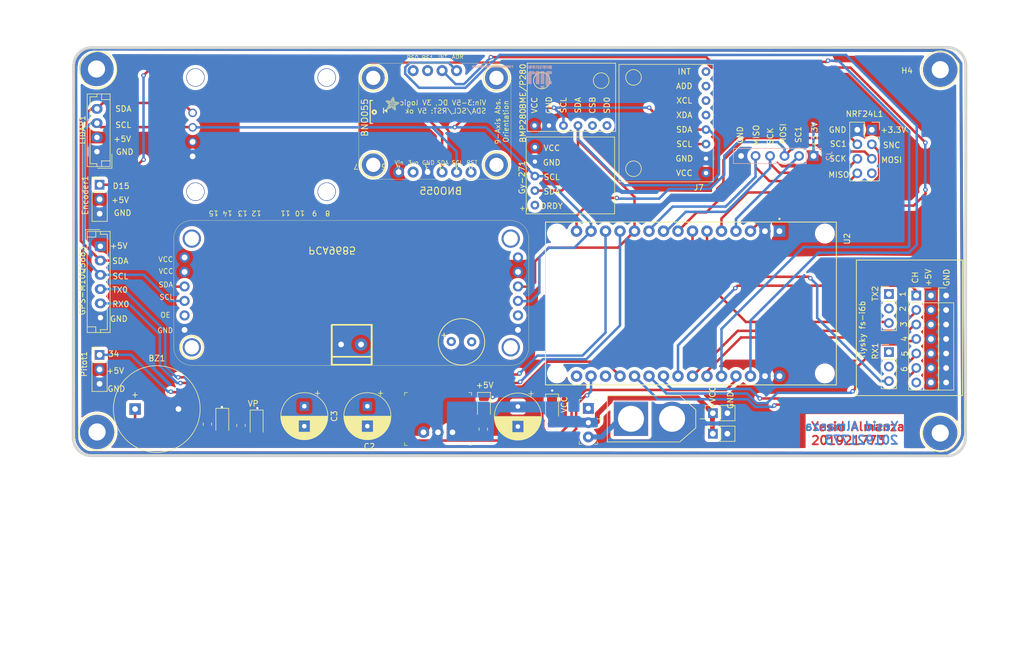
<source format=kicad_pcb>
(kicad_pcb (version 20221018) (generator pcbnew)
  (layers (0 "F.Cu" signal) (31 "B.Cu" signal) (34 "B.Paste" user) (35 "F.Paste" user) (36 "B.SilkS" user "B.Silkscreen") (37 "F.SilkS" user "F.Silkscreen") (38 "B.Mask" user) (39 "F.Mask" user) (44 "Edge.Cuts" user))
  (net 0 "")
  (net 1 "+3.3V")
  (net 2 "Earth")
  (net 3 "SCL")
  (net 4 "SDA")
  (net 6 "VCC")
  (net 7 "Net-(D1-A)")
  (net 8 "Net-(D2-A)")
  (net 9 "Net-(D3-A)")
  (net 10 "TX0")
  (net 11 "RX0")
  (net 12 "ch1")
  (net 13 "ch2")
  (net 14 "ch3")
  (net 15 "ch4")
  (net 16 "ch5")
  (net 17 "ch6")
  (net 19 "CS1")
  (net 20 "34")
  (net 21 "D12")
  (net 24 "RX2")
  (net 25 "+5V")
  (net 26 "MOSI")
  (net 29 "MISO")
  (net 30 "SCK")
  (net 31 "CNS")
  (net 32 "CE")
  (net 33 "TX2")
  (net 35 "15")
  (net 37 "INT")
  (net 40 "ADR")
  (net 47 "Net-(J8-POS)")
  (net 53 "VP")
  (net 54 "Net-(D4-A)")
  (footprint "MountingHole:MountingHole_3mm_Pad" (layer "F.Cu") (at 71.25 127.13)
    (fp_text reference "H2" hide)
    (fp_text value "MountingHole" hide)
  )
  (footprint "Library:PCA 9685" (layer "F.Cu") (at 125.71 119.418 180)
    (fp_text reference "J4" hide)
    (fp_text value "PCA9685")
  )
  (footprint "Capacitor_THT:CP_Radial_D8.0mm_P3.50mm" (layer "F.Cu") (at 144.98 122.68 -90)
    (fp_text reference "C1" hide)
    (fp_text value "1000 uF")
  )
  (footprint "Connector_JST:JST_EH_B4B-EH-A_1x04_P2.50mm_Vertical" (layer "F.Cu") (at 71.23 78.015 90)
    (fp_text reference "LIDAR1")
    (fp_text value "Conn_01x04_Pin")
  )
  (footprint "Connector_PinHeader_2.54mm:PinHeader_1x07_P2.54mm_Vertical" (layer "F.Cu") (at 214.79 103.22)
    (fp_text reference "J1" hide)
    (fp_text value "Conn_01x07")
  )
  (footprint "Connector_PinHeader_2.54mm:PinHeader_1x03_P2.54mm_Vertical" (layer "F.Cu") (at 71.7 83.81)
    (fp_text reference "Encoder1")
    (fp_text value "Conn_01x03")
  )
  (footprint "Connector_PinHeader_2.54mm:PinHeader_1x07_P2.54mm_Vertical" (layer "F.Cu") (at 217.36 103.22)
    (fp_text reference "J5" hide)
    (fp_text value "vcc")
  )
  (footprint "Resistor_SMD:R_0805_2012Metric" (layer "F.Cu") (at 150.93 126.75 90)
    (fp_text reference "R3" hide)
    (fp_text value "330 Ω")
  )
  (footprint "Capacitor_THT:CP_Radial_D8.0mm_P3.50mm" (layer "F.Cu") (at 107.56 122.615 -90)
    (fp_text reference "C3")
    (fp_text value "2200 uF")
  )
  (footprint "LED_SMD:LED_1206_3216Metric" (layer "F.Cu") (at 139.03 122.48 -90)
    (fp_text reference "D1" hide)
    (fp_text value "LED")
  )
  (footprint "Connector_PinHeader_2.54mm:PinHeader_1x03_P2.54mm_Vertical" (layer "F.Cu") (at 209.99 102.96)
    (fp_text reference "TX2")
    (fp_text value "Conn_01x03")
  )
  (footprint "MountingHole:MountingHole_3mm_Pad" (layer "F.Cu") (at 218.99 127.32)
    (fp_text reference "H3" hide)
    (fp_text value "MountingHole" hide)
  )
  (footprint "LED_SMD:LED_1206_3216Metric" (layer "F.Cu") (at 99.21 125.58 -90)
    (fp_text reference "D2" hide)
    (fp_text value "LED")
  )
  (footprint "digikey-footprints:3-SIP_Module_V7805-1000" (layer "F.Cu") (at 133.52 127.185 180)
    (fp_text reference "U1" hide)
    (fp_text value "V7805-1000")
  )
  (footprint "Library:AMASS_XT60-M" (layer "F.Cu") (at 168.4 124.82)
    (fp_text reference "J8" hide)
    (fp_text value "XT60-M")
  )
  (footprint "Library:Switch_Slide" (layer "F.Cu") (at 157.33 123 -90)
    (fp_text reference "SW2")
    (fp_text value "SW_SPDT")
  )
  (footprint "LED_SMD:LED_1206_3216Metric" (layer "F.Cu") (at 150.97 122.78 -90)
    (fp_text reference "D3" hide)
    (fp_text value "LED")
  )
  (footprint "Resistor_SMD:R_0805_2012Metric" (layer "F.Cu") (at 90.59 125.77 -90)
    (fp_text reference "R4" hide)
    (fp_text value "330 Ω")
  )
  (footprint "Buzzer_Beeper:Buzzer_15x7.5RM7.6" (layer "F.Cu") (at 77.91 123.11)
    (fp_text reference "BZ1")
    (fp_text value "Buzzer")
  )
  (footprint "MountingHole:MountingHole_3mm_Pad" (layer "F.Cu") (at 218.99 63.65)
    (fp_text reference "H4")
    (fp_text value "MountingHole")
  )
  (footprint "Connector_PinSocket_2.54mm:PinSocket_1x02_P2.54mm_Vertical" (layer "F.Cu") (at 179.145 127.44 90)
    (fp_text reference "J10" hide)
    (fp_text value "Conn_01x02")
  )
  (footprint "Connector_JST:JST_EH_B6B-EH-A_1x06_P2.50mm_Vertical" (layer "F.Cu") (at 71.83 94.595 -90)
    (fp_text reference "GPS-M10Q5883")
    (fp_text value "Conn_01x06_Pin")
  )
  (footprint "Capacitor_THT:CP_Radial_D8.0mm_P3.50mm" (layer "F.Cu") (at 118.61 122.612349 -90)
    (fp_text reference "C2")
    (fp_text value "1000 uF")
  )
  (footprint "Connector_PinSocket_2.54mm:PinSocket_2x04_P2.54mm_Vertical" (layer "F.Cu") (at 207 74.18)
    (fp_text reference "NRF24L1")
    (fp_text value "J9")
  )
  (footprint "Library:module_bme280" (layer "F.Cu") (at 160.339 68.358 90)
    (fp_text reference "BMP280")
    (fp_text value "Conn_01x06_Pin")
  )
  (footprint "Resistor_SMD:R_0805_2012Metric" (layer "F.Cu") (at 96.47 125.98 -90)
    (fp_text reference "R2" hide)
    (fp_text value "330 Ω")
  )
  (footprint "Connector_PinHeader_2.54mm:PinHeader_1x03_P2.54mm_Vertical" (layer "F.Cu") (at 71.69 113.62)
    (fp_text reference "Pitot1")
    (fp_text value "Conn_01x03")
  )
  (footprint "Resistor_SMD:R_0805_2012Metric" (layer "F.Cu") (at 138.92 126.64 90)
    (fp_text reference "R1" hide)
    (fp_text value "330 Ω")
  )
  (footprint "Library:OLED" (layer "F.Cu") (at 88.49 75.025 90)
    (fp_text reference "Oled1")
    (fp_text value "Conn_01x04_Pin")
  )
  (footprint "Connector_PinHeader_2.54mm:PinHeader_1x07_P2.54mm_Vertical" (layer "F.Cu") (at 220.02 103.22)
    (fp_text reference "J6" hide)
    (fp_text value "GND")
  )
  (footprint "esp32:MODULE_ESP32_DEVKIT_V1" (layer "F.Cu") (at 175.305 104.64 -90)
    (fp_text reference "U2")
    (fp_text value "ESP32-DEVKIT-V1")
  )
  (footprint "Library:BNO055" (layer "F.Cu") (at 117.029 58.8897)
    (fp_text reference "J3" hide)
    (fp_text value "BNO055")
  )
  (footprint "LED_SMD:LED_1206_3216Metric" (layer "F.Cu") (at 93.19 125.27 -90)
    (fp_text reference "D4" hide)
    (fp_text value "LED")
  )
  (footprint "Connector_PinSocket_2.54mm:PinSocket_1x02_P2.54mm_Vertical" (layer "F.Cu") (at 179.15 123.835 90)
    (fp_text reference "J9" hide)
    (fp_text value "Conn_01x02")
  )
  (footprint "Library:Hmc5883l Gy271" (layer "F.Cu") (at 143.558 75.474)
    (fp_text reference "Gy-271")
    (fp_text value "Conn_01x05_Pin")
  )
  (footprint "Library:module_mpu6050" (layer "F.Cu") (at 177.945 63.988 180)
    (fp_text reference "J7")
    (fp_text value "MPU6050")
  )
  (footprint "MountingHole:MountingHole_3mm_Pad" (layer "F.Cu") (at 71.15 63.53)
    (fp_text reference "H1" hide)
    (fp_text value "MountingHole")
  )
  (footprint "Connector_PinHeader_2.54mm:PinHeader_1x03_P2.54mm_Vertical" (layer "F.Cu") (at 209.99 113.14)
    (fp_text reference "RX1")
    (fp_text value "Conn_01x03")
  )
  (footprint "Connector_PinSocket_2.54mm:PinSocket_1x06_P2.54mm_Vertical" (layer "B.Cu") (at 196.79 78.765 90)
    (fp_text reference "J2")
    (fp_text value "SDCARD")
  )
  (gr_poly (pts (xy 67.67 127.42) (xy 67.67 127.82) (xy 67.670252 128.154443) (xy 67.710252 128.394443) (xy 67.800252 128.804443) (xy 67.910252 129.114443) (xy 68.040252 129.344443) (xy 68.210252 129.634443) (xy 68.360252 129.794443) (xy 68.610252 130.074443) (xy 68.810252 130.244443) (xy 69.200252 130.504443) (xy 69.460252 130.624443) (xy 69.800252 130.704443) (xy 70.205041 130.752419) (xy 70.625041 130.752419) (xy 220.19 130.81) (xy 220.875041 130.462419) (xy 221.425041 130.122419) (xy 221.795041 129.702419) (xy 222.055041 129.412419) (xy 222.415041 128.822419) (xy 222.685041 128.312419) (xy 222.814819 127.896114) (xy 222.875041 127.542419) (xy 222.925041 126.932419) (xy 222.905041 126.472419) (xy 222.905041 126.082419) (xy 222.905041 125.702419) (xy 222.925041 125.372419) (xy 222.895041 125.002419) (xy 222.895041 124.352419) (xy 222.61 62.56) (xy 222.27 62.01) (xy 221.55 61.16) (xy 221.16 60.83) (xy 220.77 60.6) (xy 220.32 60.44) (xy 219.76 60.31) (xy 219.23 60.23) (xy 218.81 60.24) (xy 218.51 60.24) (xy 218.2 60.25) (xy 217.74 60.27) (xy 217.51 60.27) (xy 217.22 60.28) (xy 216.96 60.28) (xy 216.51 60.28) (xy 161.382503 60.221836) (xy 70.5 60.04) (xy 70.08 60.11) (xy 69.72 60.21) (xy 69.43 60.34) (xy 69.05 60.57) (xy 68.84 60.73) (xy 68.55 60.97) (xy 68.27 61.28) (xy 68.05 61.56) (xy 67.87 61.82) (xy 67.65 62.4) (xy 67.59 62.85) (xy 67.54 63.27) (xy 67.54 63.74) (xy 67.51 64.13) (xy 67.51 64.59)) (stroke (width 0.5)) (fill none) (layer "F.Cu"))
  (gr_poly (pts (xy 67.677506 127.432706) (xy 67.677506 127.832706) (xy 67.677758 128.167149) (xy 67.717758 128.407149) (xy 67.807758 128.817149) (xy 67.917758 129.127149) (xy 68.047758 129.357149) (xy 68.217758 129.647149) (xy 68.367758 129.807149) (xy 68.617758 130.087149) (xy 68.817758 130.257149) (xy 69.207758 130.517149) (xy 69.467758 130.637149) (xy 69.807758 130.717149) (xy 70.212547 130.765125) (xy 70.632547 130.765125) (xy 220.197506 130.822706) (xy 220.882547 130.475125) (xy 221.432547 130.135125) (xy 221.802547 129.715125) (xy 222.062547 129.425125) (xy 222.422547 128.835125) (xy 222.692547 128.325125) (xy 222.822325 127.90882) (xy 222.882547 127.555125) (xy 222.932547 126.945125) (xy 222.912547 126.485125) (xy 222.912547 126.095125) (xy 222.912547 125.715125) (xy 222.932547 125.385125) (xy 222.902547 125.015125) (xy 222.902547 124.365125) (xy 222.617506 62.572706) (xy 222.277506 62.022706) (xy 221.557506 61.172706) (xy 221.167506 60.842706) (xy 220.777506 60.612706) (xy 220.327506 60.452706) (xy 219.767506 60.322706) (xy 219.237506 60.242706) (xy 218.817506 60.252706) (xy 218.517506 60.252706) (xy 218.207506 60.262706) (xy 217.747506 60.282706) (xy 217.517506 60.282706) (xy 217.227506 60.292706) (xy 216.967506 60.292706) (xy 216.517506 60.292706) (xy 161.390009 60.234542) (xy 70.507506 60.052706) (xy 70.087506 60.122706) (xy 69.727506 60.222706) (xy 69.437506 60.352706) (xy 69.057506 60.582706) (xy 68.847506 60.742706) (xy 68.557506 60.982706) (xy 68.277506 61.292706) (xy 68.057506 61.572706) (xy 67.877506 61.832706) (xy 67.657506 62.412706) (xy 67.597506 62.862706) (xy 67.547506 63.282706) (xy 67.547506 63.752706) (xy 67.517506 64.142706) (xy 67.517506 64.602706)) (stroke (width 0.5)) (fill none) (layer "B.Cu"))
  (gr_circle (center 71.2 127.11697) (end 74.12 125.76697) (stroke (width 0.15)) (fill none) (layer "F.SilkS"))
  (gr_circle (center 219.04 127.37) (end 221.96 126.02) (stroke (width 0.15)) (fill none) (layer "F.SilkS"))
  (gr_circle (center 218.97 63.61) (end 221.89 62.26) (stroke (width 0.15)) (fill none) (layer "F.SilkS"))
  (gr_rect (start 204.29 97.01) (end 222.9 120.76) (stroke (width 0.15)) (fill none) (layer "F.SilkS"))
  (gr_circle (center 71.46 63.66) (end 74.38 62.31) (stroke (width 0.15)) (fill none) (layer "F.SilkS"))
  (gr_poly (pts (arc (start 67.065 128.105) (mid 67.994936 130.350064) (end 70.24 131.28)) (arc (start 220.235 131.315) (mid 222.480063 130.385063) (end 223.41 128.14)) (arc (start 223.479937 62.935063) (mid 222.55 60.69) (end 220.304937 59.760063)) (xy 161.07 59.795) (arc (start 70.325064 59.780064) (mid 68.08 60.71) (end 67.150064 62.955064))) (stroke (width 0.5)) (fill none) (layer "Edge.Cuts"))
  (gr_text "Yesid Almanza\n201921773" (at 196.21 129.49) (layer "F.Cu") (effects (font (size 1.5 1.5) (thickness 0.3) bold) (justify left bottom)))
  (gr_text "Yesid Almanza\n201921773" (at 211.81 129.42) (layer "B.Cu") (effects (font (size 1.5 1.5) (thickness 0.3) bold) (justify left bottom mirror)))
  (gr_text "GND" (at 183.92 75.11 90) (layer "F.SilkS") (effects (font (size 1 1))))
  (gr_text "GND" (at 220.1 100.08 90) (layer "F.SilkS") (effects (font (size 1 1))))
  (gr_text "SCL\n" (at 75.34 99.85) (layer "F.SilkS") (effects (font (size 1 1))))
  (gr_text "5" (at 212.79 113.4 90) (layer "F.SilkS") (effects (font (size 1 1))))
  (gr_text "+3.3V" (at 210.79 74.2) (layer "F.SilkS") (effects (font (size 1 1))))
  (gr_text "SC1\n" (at 201.13 76.65) (layer "F.SilkS") (effects (font (size 1 1))))
  (gr_text "VCC" (at 81.97 99.49) (layer "F.SilkS") (effects (font (size 0.89408 0.89408) (thickness 0.12192)) (justify left bottom)))
  (gr_text "MOSI" (at 210.47 79.47) (layer "F.SilkS") (effects (font (size 1 1))))
  (gr_text "D15" (at 75.47 84.04) (layer "F.SilkS") (effects (font (size 1 1))))
  (gr_text "VCC\n" (at 153.7 123.86 90) (layer "F.SilkS") (effects (font (size 1 1)) (justify left bottom)))
  (gr_text "2" (at 212.44 105.55 90) (layer "F.SilkS") (effects (font (size 1 1))))
  (gr_text "MOSI" (at 191.46 74.88 90) (layer "F.SilkS") (effects (font (size 1 1))))
  (gr_text "+5V" (at 75.05 94.51) (layer "F.SilkS") (effects (font (size 1 1))))
  (gr_text "RX0" (at 75.4 104.74) (layer "F.SilkS") (effects (font (size 1 1))))
  (gr_text "SCK" (at 189.21 75.3 90) (layer "F.SilkS") (effects (font (size 1 1))))
  (gr_text "flysky fs-i6b\n" (at 205.92 114.21 90) (layer "F.SilkS") (effects (font (size 1 1)) (justify left bottom)))
  (gr_text "3" (at 212.6 108.26 90) (layer "F.SilkS") (effects (font (size 1 1))))
  (gr_text "GND" (at 74.63 119.57) (layer "F.SilkS") (effects (font (size 1 1))))
  (gr_text "+5V" (at 137.56 119.52) (layer "F.SilkS") (effects (font (size 1 1)) (justify left bottom)))
  (gr_text "SC1\n" (at 194.13 75.02 90) (layer "F.SilkS") (effects (font (size 1 1))))
  (gr_text "+5V" (at 75.3 86.5) (layer "F.SilkS") (effects (font (size 1 1))))
  (gr_text "VP" (at 97.57 122.74) (layer "F.SilkS") (effects (font (size 1 1)) (justify left bottom)))
  (gr_text "GND\n" (at 182.81 123.19 90) (layer "F.SilkS") (effects (font (size 1 1)) (justify left bottom)))
  (gr_text "GND" (at 75.72 88.75 720) (layer "F.SilkS") (effects (font (size 1 1))))
  (gr_text "+5V" (at 74.45 116.41) (layer "F.SilkS") (effects (font (size 1 1))))
  (gr_text "4" (at 212.72 110.81 90) (layer "F.SilkS") (effects (font (size 1 1))))
  (gr_text "CH" (at 214.61 100.06 90) (layer "F.SilkS") (effects (font (size 1 1))))
  (gr_text "GND" (at 75.07 107.31 720) (layer "F.SilkS") (effects (font (size 1 1))))
  (gr_text "+VCC\n" (at 179.68 123.3 90) (layer "F.SilkS") (effects (font (size 1 1)) (justify left bottom)))
  (gr_text "GND" (at 76.09 78.05 720) (layer "F.SilkS") (effects (font (size 1 1))))
  (gr_text "+5V" (at 75.67 75.8) (layer "F.SilkS") (effects (font (size 1 1))))
  (gr_text "1" (at 212.4 102.96 90) (layer "F.SilkS") (effects (font (size 1 1))))
  (gr_text "6" (at 212.68 116.1 90) (layer "F.SilkS") (effects (font (size 1 1))))
  (gr_text "TX0\n" (at 75.29 102.23) (layer "F.SilkS") (effects (font (size 1 1))))
  (gr_text "SDA" (at 75.86 70.51) (layer "F.SilkS") (effects (font (size 1 1))))
  (gr_text "MISO" (at 201.21 82.06) (layer "F.SilkS") (effects (font (size 1 1))))
  (gr_text "GND" (at 201 74.19) (layer "F.SilkS") (effects (font (size 1 1))))
  (gr_text "SCL\n" (at 75.84 73.34) (layer "F.SilkS") (effects (font (size 1 1))))
  (gr_text "SNC" (at 210.47 76.88) (layer "F.SilkS") (effects (font (size 1 1))))
  (gr_text "+5V" (at 216.9 100.08 90) (layer "F.SilkS") (effects (font (size 1 1))))
  (gr_text "34" (at 74.16 113.45) (layer "F.SilkS") (effects (font (size 1 1))))
  (gr_text "MISO" (at 186.75 75.13 90) (layer "F.SilkS") (effects (font (size 1 1))))
  (gr_text "+3.3V" (at 196.96 75.04 90) (layer "F.SilkS") (effects (font (size 1 1))))
  (gr_text "SCK" (at 201.05 79.24) (layer "F.SilkS") (effects (font (size 1 1))))
  (gr_text "SDA" (at 75.32 97.16) (layer "F.SilkS") (effects (font (size 1 1))))
  (via (at 196.73 73.13) (size 0.8) (drill 0.4) (layers "F.Cu" "B.Cu") (net 1))
  (segment (start 196.79 73.19) (end 196.73 73.13) (width 0.44) (layer "B.Cu") (net 1))
  (segment (start 196.79 78.765) (end 196.79 73.19) (width 0.44) (layer "B.Cu") (net 1))
  (segment (start 93.19 123.87) (end 93.19 122.83) (width 0.44) (layer "F.Cu") (net 2))
  (segment (start 99.18 124.17) (end 99.18 123.11) (width 0.44) (layer "F.Cu") (net 2))
  (segment (start 140.56 121) (end 139.49 121) (width 0.44) (layer "F.Cu") (net 2))
  (segment (start 99.18 123.11) (end 99.34 122.95) (width 0.44) (layer "F.Cu") (net 2))
  (segment (start 151.05 120.96) (end 151.05 119.92) (width 0.44) (layer "F.Cu") (net 2))
  (segment (start 93.19 122.83) (end 93.12 122.76) (width 0.44) (layer "F.Cu") (net 2))
  (segment (start 151.05 119.92) (end 151 119.87) (width 0.44) (layer "F.Cu") (net 2))
  (segment (start 139.49 121) (end 139.06 121.43) (width 0.44) (layer "F.Cu") (net 2))
  (via (at 93.12 122.76) (size 0.8) (drill 0.4) (layers "F.Cu" "B.Cu") (net 2))
  (via (at 140.56 121) (size 0.8) (drill 0.4) (layers "F.Cu" "B.Cu") (net 2))
  (via (at 99.34 122.95) (size 0.8) (drill 0.4) (layers "F.Cu" "B.Cu") (net 2))
  (via (at 151 119.87) (size 0.8) (drill 0.4) (layers "F.Cu" "B.Cu") (net 2))
  (segment (start 71.23 73.015) (end 71.925 73.71) (width 0.44) (layer "F.Cu") (net 3))
  (segment (start 137.28 70.36) (end 133.93 73.71) (width 0.44) (layer "F.Cu") (net 3))
  (segment (start 87.945 73.71) (end 87.99 73.755) (width 0.44) (layer "F.Cu") (net 3))
  (segment (start 151.29 70.31) (end 151.24 70.36) (width 0.44) (layer "F.Cu") (net 3))
  (segment (start 174.338 76.688) (end 177.945 76.688) (width 0.44) (layer "F.Cu") (net 3))
  (segment (start 167.99 70.31) (end 167.99 70.34) (width 0.44) (layer "F.Cu") (net 3))
  (segment (start 167.99 70.34) (end 174.338 76.688) (width 0.44) (layer "F.Cu") (net 3))
  (segment (start 151.24 70.36) (end 137.28 70.36) (width 0.44) (layer "F.Cu") (net 3))
  (segment (start 71.925 73.71) (end 87.945 73.71) (width 0.44) (layer "F.Cu") (net 3))
  (via (at 133.93 73.71) (size 0.8) (drill 0.4) (layers "F.Cu" "B.Cu") (net 3))
  (via (at 151.29 70.31) (size 0.8) (drill 0.4) (layers "F.Cu" "B.Cu") (net 3))
  (via (at 167.99 70.31) (size 0.8) (drill 0.4) (layers "F.Cu" "B.Cu") (net 3))
  (segment (start 87.99 73.755) (end 129.985 73.755) (width 0.44) (layer "B.Cu") (net 3))
  (segment (start 134.2462 78.0162) (end 134.2462 81.5953) (width 0.44) (layer "B.Cu") (net 3))
  (segment (start 147.962 82.302) (end 149.552 82.302) (width 0.44) (layer "B.Cu") (net 3))
  (segment (start 148.75 102.74) (end 147.28 104.21) (width 0.44) (layer "B.Cu") (net 3))
  (segment (start 71.83 99.595) (end 68.94 96.705) (width 0.44) (layer "B.Cu") (net 3))
  (segment (start 68.94 74.21) (end 70.135 73.015) (width 0.44) (layer "B.Cu") (net 3))
  (segment (start 149.552 82.302) (end 157.8 90.55) (width 0.44) (layer "B.Cu") (net 3))
  (segment (start 68.94 96.705) (end 68.94 74.21) (width 0.44) (layer "B.Cu") (net 3))
  (segment (start 148.75 96.498872) (end 148.75 102.74) (width 0.44) (layer "B.Cu") (net 3))
  (segment (start 70.135 73.015) (end 71.23 73.015) (width 0.44) (layer "B.Cu") (net 3))
  (segment (start 152.973 71.993) (end 152.973 73.438) (width 0.44) (layer "B.Cu") (net 3))
  (segment (start 139.415 73.755) (end 139.595 73.935) (width 0.44) (layer "B.Cu") (net 3))
  (segment (start 139.595 73.935) (end 147.962 82.302) (width 0.44) (layer "B.Cu") (net 3))
  (segment (start 84.01 104.17) (end 86.58 104.17) (width 0.44) (layer "B.Cu") (net 3))
  (segment (start 151.29 70.31) (end 152.973 71.993) (width 0.44) (layer "B.Cu") (net 3))
  (segment (start 147.28 104.21) (end 144.9 104.21) (width 0.44) (layer "B.Cu") (net 3))
  (segment (start 71.83 99.595) (end 79.435 99.595) (width 0.44) (layer "B.Cu") (net 3))
  (segment (start 79.435 99.595) (end 84.01 104.17) (width 0.44) (layer "B.Cu") (net 3))
  (segment (start 157.8 91.94) (end 154.87 94.87) (width 0.44) (layer "B.Cu") (net 3))
  (segment (start 129.985 73.755) (end 139.415 73.755) (width 0.44) (layer "B.Cu") (net 3))
  (segment (start 129.985 73.755) (end 134.2462 78.0162) (width 0.44) (layer "B.Cu") (net 3))
  (segment (start 150.378872 94.87) (end 148.75 96.498872) (width 0.44) (layer "B.Cu") (net 3))
  (segment (start 157.8 90.55) (end 157.8 91.94) (width 0.44) (layer "B.Cu") (net 3))
  (segment (start 154.87 94.87) (end 150.378872 94.87) (width 0.44) (layer "B.Cu") (net 3))
  (segment (start 167.99 70.31) (end 151.29 70.31) (width 0.44) (layer "B.Cu") (net 3))
  (segment (start 68.41 93.675) (end 68.41 72.33) (width 0.44) (layer "F.Cu") (net 4))
  (segment (start 71.23 70.515) (end 72.265 69.48) (width 0.44) (layer "F.Cu") (net 4))
  (segment (start 72.265 69.48) (end 85.74 69.48) (width 0.44) (layer "F.Cu") (net 4))
  (segment (start 124.52 68.25) (end 125.17 68.25) (width 0.44) (layer "F.Cu") (net 4))
  (segment (start 86.12 69.48) (end 87.35 68.25) (width 0.44) (layer "F.Cu") (net 4))
  (segment (start 70.225 70.515) (end 71.23 70.515) (width 0.44) (layer "F.Cu") (net 4))
  (segment (start 169.44 68.25) (end 175.338 74.148) (width 0.44) (layer "F.Cu") (net 4))
  (segment (start 125.17 68.25) (end 131.7062 74.7862) (width 0.44) (layer "F.Cu") (net 4))
  (segment (start 155.513 76.053) (end 165.42 85.96) (width 0.44) (layer "F.Cu") (net 4))
  (segment (start 131.7062 74.7862) (end 131.7062 81.5953) (width 0.44) (layer "F.Cu") (net 4))
  (segment (start 162.53 94.83) (end 165.42 91.94) (width 0.44) (layer "F.Cu") (net 4))
  (segment (start 68.41 72.33) (end 70.225 70.515) (width 0.44) (layer "F.Cu") (net 4))
  (segment (start 147.24 101.67) (end 144.9 101.67) (width 0.44) (layer "F.Cu") (net 4))
  (segment (start 80.465 97.095) (end 85.04 101.67) (width 0.44) (layer "F.Cu") (net 4))
  (segment (start 124.52 68.25) (end 152.71 68.25) (width 0.44) (layer "F.Cu") (net 4))
  (segment (start 147.99 97.23) (end 150.39 94.83) (width 0.44) (layer "F.Cu") (net 4))
  (segment (start 175.338 74.148) (end 177.945 74.148) (width 0.44) (layer "F.Cu") (net 4))
  (segment (start 71.83 97.095) (end 68.41 93.675) (width 0.44) (layer "F.Cu") (net 4))
  (segment (start 85.74 69.48) (end 86.12 69.48) (width 0.44) (layer "F.Cu") (net 4))
  (segment (start 85.04 101.67) (end 86.48 101.67) (width 0.44) (layer "F.Cu") (net 4))
  (segment (start 87.35 68.25) (end 124.52 68.25) (width 0.44) (layer "F.Cu") (net 4))
  (segment (start 71.83 97.095) (end 80.465 97.095) (width 0.44) (layer "F.Cu") (net 4))
  (segment (start 165.42 85.96) (end 165.42 91.94) (width 0.44) (layer "F.Cu") (net 4))
  (segment (start 152.71 68.25) (end 169.44 68.25) (width 0.44) (layer "F.Cu") (net 4))
  (segment (start 155.513 73.438) (end 155.513 76.053) (width 0.44) (layer "F.Cu") (net 4))
  (segment (start 155.513 73.438) (end 155.513 81.997) (width 0.44) (layer "F.Cu") (net 4))
  (segment (start 155.513 81.997) (end 152.668 84.842) (width 0.44) (layer "F.Cu") (net 4))
  (segment (start 150.39 94.83) (end 162.53 94.83) (width 0.44) (layer "F.Cu") (net 4))
  (segment (start 152.668 84.842) (end 147.962 84.842) (width 0.44) (layer "F.Cu") (net 4))
  (segment (start 147.99 100.92) (end 147.99 97.23) (width 0.44) (layer "F.Cu") (net 4))
  (segment (start 85.74 69.48) (end 86.255 69.48) (width 0.44) (layer "F.Cu") (net 4))
  (segment (start 147.99 100.92) (end 147.24 101.67) (width 0.44) (layer "F.Cu") (net 4))
  (segment (start 86.255 69.48) (end 87.99 71.215) (width 0.44) (layer "F.Cu") (net 4))
  (segment (start 155.513 73.438) (end 155.513 75.823) (width 0.44) (layer "B.Cu") (net 4))
  (segment (start 178.428 74.148) (end 177.945 74.148) (width 0.44) (layer "B.Cu") (net 4))
  (segment (start 180.22 81.98) (end 180.22 75.94) (width 0.44) (layer "B.Cu") (net 4))
  (segment (start 163.59 83.9) (end 178.3 83.9) (width 0.44) (layer "B.Cu") (net 4))
  (segment (start 180.22 75.94) (end 178.428 74.148) (width 0.44) (layer "B.Cu") (net 4))
  (segment (start 155.513 75.823) (end 163.59 83.9) (width 0.44) (layer "B.Cu") (net 4))
  (segment (start 178.3 83.9) (end 180.22 81.98) (width 0.44) (layer "B.Cu") (net 4))
  (segment (start 161.15 121.17) (end 176.485 121.17) (width 0.9) (layer "F.Cu") (net 6))
  (segment (start 161.15 121.74) (end 161.15 121.17) (width 0.9) (layer "F.Cu") (net 6))
  (segment (start 138.5525 127.185) (end 138.92 127.5525) (width 0.9) (layer "F.Cu") (net 6))
  (segment (start 158.93 125.243502) (end 158.93 123.96) (width 0.9) (layer "F.Cu") (net 6))
  (segment (start 179.07 127.365) (end 179.07 124.805) (width 0.8) (layer "F.Cu") (net 6))
  (segment (start 179.145 127.44) (end 179.07 127.365) (width 0.8) (layer "F.Cu") (net 6))
  (segment (start 157.33 125.5) (end 158.673502 125.5) (width 0.9) (layer "F.Cu") (net 6))
  (segment (start 179.075 123.76) (end 179.075 124.8) (width 0.9) (layer "F.Cu") (net 6))
  (segment (start 133.52 127.185) (end 138.5525 127.185) (width 0.9) (layer "F.Cu") (net 6))
  (segment (start 179.07 124.805) (end 179.075 124.8) (width 0.8) (layer "F.Cu") (net 6))
  (segment (start 176.485 121.17) (end 179.075 123.76) (width 0.9) (layer "F.Cu") (net 6))
  (segment (start 158.93 123.96) (end 161.15 121.74) (width 0.9) (layer "F.Cu") (net 6))
  (segment (start 158.673502 125.5) (end 158.93 125.243502) (width 0.9) (layer "F.Cu") (net 6))
  (segment (start 134.865 127.185) (end 136.98 125.07) (width 0.9) (layer "B.Cu") (net 6))
  (segment (start 142.23 122.68) (end 146.23 122.68) (width 0.9) (layer "B.Cu") (net 6))
  (segment (start 139.84 125.07) (end 142.23 122.68) (width 0.9) (layer "B.Cu") (net 6))
  (segment (start 136.98 125.07) (end 139.84 125.07) (width 0.9) (layer "B.Cu") (net 6))
  (segment (start 133.52 127.185) (end 134.865 127.185) (width 0.9) (layer "B.Cu") (net 6))
  (segment (start 144.98 122.68) (end 146.23 122.68) (width 0.9) (layer "B.Cu") (net 6))
  (segment (start 146.23 122.68) (end 148.88 122.68) (width 0.9) (layer "B.Cu") (net 6))
  (segment (start 148.88 122.68) (end 151.7 125.5) (width 0.9) (layer "B.Cu") (net 6))
  (segment (start 151.7 125.5) (end 157.33 125.5) (width 0.9) (layer "B.Cu") (net 6))
  (segment (start 138.92 124.37) (end 139.06 124.23) (width 0.44) (layer "F.Cu") (net 7))
  (segment (start 138.92 125.7275) (end 138.92 124.37) (width 0.44) (layer "F.Cu") (net 7))
  (segment (start 96.47 126.8925) (end 99.1025 126.8925) (width 0.44) (layer "F.Cu") (net 8))
  (segment (start 99.1025 126.8925) (end 99.18 126.97) (width 0.44) (layer "F.Cu") (net 8))
  (segment (start 150.91 125.7575) (end 150.91 123.9) (width 0.44) (layer "F.Cu") (net 9))
  (segment (start 97.404903 117.06) (end 96.914904 117.55) (width 0.44) (layer "F.Cu") (net 10))
  (segment (start 96.914904 117.55) (end 85.46 117.55) (width 0.44) (layer "F.Cu") (net 10))
  (segment (start 145.27 116.99) (end 145.2 117.06) (width 0.44) (layer "F.Cu") (net 10))
  (segment (start 145.2 117.06) (end 97.404903 117.06) (width 0.44) (layer "F.Cu") (net 10))
  (segment (start 145.27 116.8805) (end 145.27 116.99) (width 0.44) (layer "F.Cu") (net 10))
  (via (at 145.27 116.8805) (size 0.8) (drill 0.4) (layers "F.Cu" "B.Cu") (net 10))
  (via (at 85.46 117.55) (size 0.8) (drill 0.4) (layers "F.Cu" "B.Cu") (net 10))
  (segment (start 160.34 91.94) (end 160.34 109.711128) (width 0.44) (layer "B.Cu") (net 10))
  (segment (start 84.97 117.37) (end 83.19 115.59) (width 0.44) (layer "B.Cu") (net 10))
  (segment (start 75.56 102.05) (end 75.515 102.095) (width 0.44) (layer "B.Cu") (net 10))
  (segment (start 83.19 115.59) (end 83.19 109.45) (width 0.44) (layer "B.Cu") (net 10))
  (segment (start 160.34 109.711128) (end 156.301128 113.75) (width 0.44) (layer "B.Cu") (net 10))
  (segment (start 75.79 102.05) (end 75.56 102.05) (width 0.44) (layer "B.Cu") (net 10))
  (segment (start 148.4005 113.75) (end 145.27 116.8805) (width 0.44) (layer "B.Cu") (net 10))
  (segment (start 84.97 117.37) (end 85.15 117.55) (width 0.44) (layer "B.Cu") (net 10))
  (segment (start 85.15 117.55) (end 85.46 117.55) (width 0.44) (layer "B.Cu") (net 10))
  (segment (start 83.19 109.45) (end 75.79 102.05) (width 0.44) (layer "B.Cu") (net 10))
  (segment (start 75.515 102.095) (end 71.83 102.095) (width 0.44) (layer "B.Cu") (net 10))
  (segment (start 156.301128 113.75) (end 148.4005 113.75) (width 0.44) (layer "B.Cu") (net 10))
  (segment (start 145.211025 118.54) (end 145.390525 118.3605) (width 0.44) (layer "F.Cu") (net 11))
  (segment (start 138.605247 118.54) (end 145.211025 118.54) (width 0.44) (layer "F.Cu") (net 11))
  (segment (start 85.87 118.54) (end 138.605247 118.54) (width 0.44) (layer "F.Cu") (net 11))
  (segment (start 85.85 118.56) (end 85.87 118.54) (width 0.44) (layer "F.Cu") (net 11))
  (via (at 85.85 118.56) (size 0.8) (drill 0.4) (layers "F.Cu" "B.Cu") (net 11))
  (via (at 145.390525 118.3605) (size 0.8) (drill 0.4) (layers "F.Cu" "B.Cu") (net 11))
  (segment (start 145.390525 118.3605) (end 149.361025 114.39) (width 0.44) (layer "B.Cu") (net 11))
  (segment (start 76.755 104.595) (end 82.26 110.1) (width 0.44) (layer "B.Cu") (net 11))
  (segment (start 82.26 115.565096) (end 85.234904 118.54) (width 0.44) (layer "B.Cu") (net 11))
  (segment (start 149.361025 114.39) (end 156.96 114.39) (width 0.44) (layer "B.Cu") (net 11))
  (segment (start 85.83 118.54) (end 85.85 118.56) (width 0.44) (layer "B.Cu") (net 11))
  (segment (start 85.234904 118.54) (end 85.83 118.54) (width 0.44) (layer "B.Cu") (net 11))
  (segment (start 162.88 108.47) (end 162.88 91.94) (width 0.44) (layer "B.Cu") (net 11))
  (segment (start 82.26 110.1) (end 82.26 115.565096) (width 0.44) (layer "B.Cu") (net 11))
  (segment (start 156.96 114.39) (end 162.88 108.47) (width 0.44) (layer "B.Cu") (net 11))
  (segment (start 71.83 104.595) (end 76.755 104.595) (width 0.44) (layer "B.Cu") (net 11))
  (segment (start 183.5 101.5) (end 183.08 101.92) (width 0.44) (layer "F.Cu") (net 12))
  (segment (start 215.29 102.93) (end 213.86 101.5) (width 0.44) (layer "F.Cu") (net 12))
  (segment (start 213.86 101.5) (end 183.5 101.5) (width 0.44) (layer "F.Cu") (net 12))
  (via (at 183.08 101.92) (size 0.8) (drill 0.4) (layers "F.Cu" "B.Cu") (net 12))
  (segment (start 173.04 111.96) (end 173.04 117.34) (width 0.44) (layer "B.Cu") (net 12))
  (segment (start 183.08 101.92) (end 173.04 111.96) (width 0.44) (layer "B.Cu") (net 12))
  (segment (start 211.35 109.41) (end 183.51 109.41) (width 0.44) (layer "F.Cu") (net 13))
  (segment (start 215.29 105.47) (end 211.35 109.41) (width 0.44) (layer "F.Cu") (net 13))
  (segment (start 183.51 109.41) (end 175.58 117.34) (width 0.44) (layer "F.Cu") (net 13))
  (segment (start 212.24 110.57) (end 184.08 110.57) (width 0.44) (layer "F.Cu") (net 14))
  (segment (start 214.79 108.3) (end 214.51 108.3) (width 0.44) (layer "F.Cu") (net 14))
  (segment (start 214.51 108.3) (end 212.24 110.57) (width 0.44) (layer "F.Cu") (net 14))
  (segment (start 178.12 116.53) (end 178.12 117.34) (width 0.44) (layer "F.Cu") (net 14))
  (segment (start 184.08 110.57) (end 178.12 116.53) (width 0.44) (layer "F.Cu") (net 14))
  (segment (start 208.41 111.78) (end 204.11 116.08) (width 0.44) (layer "F.Cu") (net 15))
  (segment (start 212.35 111.21) (end 211.78 111.78) (width 0.44) (layer "F.Cu") (net 15))
  (segment (start 204.11 119.54) (end 203.65 120) (width 0.44) (layer "F.Cu") (net 15))
  (segment (start 214.63 111.21) (end 212.35 111.21) (width 0.44) (layer "F.Cu") (net 15))
  (segment (start 204.11 116.08) (end 204.11 119.54) (width 0.44) (layer "F.Cu") (net 15))
  (segment (start 211.78 111.78) (end 208.41 111.78) (width 0.44) (layer "F.Cu") (net 15))
  (via (at 203.65 120) (size 0.8) (drill 0.4) (layers "F.Cu" "B.Cu") (net 15))
  (segment (start 190.44 120.27) (end 188.63 122.08) (width 0.44) (layer "B.Cu") (net 15))
  (segment (start 203.65 120) (end 203.38 120.27) (width 0.44) (layer "B.Cu") (net 15))
  (segment (start 188.63 122.08) (end 186.819656 122.08) (width 0.44) (layer "B.Cu") (net 15))
  (segment (start 186.819656 122.08) (end 185.129656 120.39) (width 0.44) (layer "B.Cu") (net 15))
  (segment (start 171.01 120.39) (end 167.96 117.34) (width 0.44) (layer "B.Cu") (net 15))
  (segment (start 203.38 120.27) (end 190.44 120.27) (width 0.44) (layer "B.Cu") (net 15))
  (segment (start 185.129656 120.39) (end 171.01 120.39) (width 0.44) (layer "B.Cu") (net 15))
  (segment (start 210.88 121.26) (end 212.06 120.08) (width 0.44) (layer "F.Cu") (net 16))
  (segment (start 187.39 121.26) (end 210.88 121.26) (width 0.44) (layer "F.Cu") (net 16))
  (segment (start 212.06 120.08) (end 212.06 116.32) (width 0.44) (layer "F.Cu") (net 16))
  (segment (start 212.06 116.32) (end 215.29 113.09) (width 0.44) (layer "F.Cu") (net 16))
  (via (at 187.39 121.26) (size 0.8) (drill 0.4) (layers "F.Cu" "B.Cu") (net 16))
  (segment (start 187.39 121.26) (end 187.36 121.26) (width 0.44) (layer "B.Cu") (net 16))
  (segment (start 170.5 118.18) (end 170.5 117.34) (width 0.44) (layer "B.Cu") (net 16))
  (segment (start 185.7 119.6) (end 171.92 119.6) (width 0.44) (layer "B.Cu") (net 16))
  (segment (start 171.92 119.6) (end 170.5 118.18) (width 0.44) (layer "B.Cu") (net 16))
  (segment (start 187.36 121.26) (end 185.7 119.6) (width 0.44) (layer "B.Cu") (net 16))
  (segment (start 212.99 117.93) (end 215.29 115.63) (width 0.44) (layer "F.Cu") (net 17))
  (segment (start 190.06 122.34) (end 211.31 122.34) (width 0.44) (layer "F.Cu") (net 17))
  (segment (start 189.91 122.49) (end 190.06 122.34) (width 0.44) (layer "F.Cu") (net 17))
  (segment (start 212.99 120.66) (end 212.99 117.93) (width 0.44) (layer "F.Cu") (net 17))
  (segment (start 211.31 122.34) (end 212.99 120.66) (width 0.44) (layer "F.Cu") (net 17))
  (via (at 189.91 122.49) (size 0.8) (drill 0.4) (layers "F.Cu" "B.Cu") (net 17))
  (segment (start 186.55456 122.72) (end 185.23456 121.4) (width 0.44) (layer "B.Cu") (net 17))
  (segment (start 189.91 122.49) (end 189.68 122.72) (width 0.44) (layer "B.Cu") (net 17))
  (segment (start 185.23456 121.4) (end 169.48 121.4) (width 0.44) (layer "B.Cu") (net 17))
  (segment (start 169.48 121.4) (end 165.42 117.34) (width 0.44) (layer "B.Cu") (net 17))
  (segment (start 189.68 122.72) (end 186.55456 122.72) (width 0.44) (layer "B.Cu") (net 17))
  (segment (start 183.2 89.815) (end 183.2 91.94) (width 0.44) (layer "B.Cu") (net 19))
  (segment (start 194.25 78.765) (end 183.2 89.815) (width 0.44) (layer "B.Cu") (net 19))
  (segment (start 150.13 114.82) (end 160.36 114.82) (width 0.44) (layer "F.Cu") (net 20))
  (segment (start 95.22 120.15) (end 95.74 119.63) (width 0.44) (layer "F.Cu") (net 20))
  (segment (start 138.420344 119.63) (end 138.870344 119.18) (width 0.44) (layer "F.Cu") (net 20))
  (segment (start 84.23 120.15) (end 95.22 120.15) (width 0.44) (layer "F.Cu") (net 20))
  (segment (start 84.16 120.08) (end 84.23 120.15) (width 0.44) (layer "F.Cu") (net 20))
  (segment (start 138.870344 119.18) (end 145.77 119.18) (width 0.44) (layer "F.Cu") (net 20))
  (segment (start 145.77 119.18) (end 150.13 114.82) (width 0.44) (layer "F.Cu") (net 20))
  (segment (start 160.36 114.82) (end 162.88 117.34) (width 0.44) (layer "F.Cu") (net 20))
  (segment (start 95.74 119.63) (end 138.420344 119.63) (width 0.44) (layer "F.Cu") (net 20))
  (via (at 84.16 120.08) (size 0.8) (drill 0.4) (layers "F.Cu" "B.Cu") (net 20))
  (segment (start 83.66 120.08) (end 77.2 113.62) (width 0.44) (layer "B.Cu") (net 20))
  (segment (start 77.2 113.62) (end 71.69 113.62) (width 0.44) (layer "B.Cu") (net 20))
  (segment (start 84.16 120.08) (end 83.66 120.08) (width 0.44) (layer "B.Cu") (net 20))
  (segment (start 181.46 119.77) (end 183.2 118.03) (width 0.44) (layer "F.Cu") (net 21))
  (segment (start 152.13 127.6625) (end 154.39 125.4025) (width 0.44) (layer "F.Cu") (net 21))
  (segment (start 183.2 118.03) (end 183.2 117.34) (width 0.44) (layer "F.Cu") (net 21))
  (segment (start 154.39 125.4025) (end 154.39 122.27) (width 0.44) (layer "F.Cu") (net 21))
  (segment (start 156.89 119.77) (end 181.46 119.77) (width 0.44) (layer "F.Cu") (net 21))
  (segment (start 150.93 127.6625) (end 152.13 127.6625) (width 0.44) (layer "F.Cu") (net 21))
  (segment (start 154.39 122.27) (end 156.89 119.77) (width 0.44) (layer "F.Cu") (net 21))
  (segment (start 196.23 100.19) (end 195.98 99.94) (width 0.44) (layer "F.Cu") (net 24))
  (segment (start 195.98 99.94) (end 182.12 99.94) (width 0.44) (layer "F.Cu") (net 24))
  (segment (start 182.12 99.94) (end 178.12 95.94) (width 0.44) (layer "F.Cu") (net 24))
  (segment (start 178.12 95.94) (end 178.12 91.94) (width 0.44) (layer "F.Cu") (net 24))
  (via (at 196.23 100.19) (size 0.8) (drill 0.4) (layers "F.Cu" "B.Cu") (net 24))
  (segment (start 197.43 101.39) (end 197.43 107.15) (width 0.44) (layer "B.Cu") (net 24))
  (segment (start 197.43 107.15) (end 208.5 118.22) (width 0.44) (layer "B.Cu") (net 24))
  (segment (start 208.5 118.22) (end 209.99 118.22) (width 0.44) (layer "B.Cu") (net 24))
  (segment (start 196.23 100.19) (end 197.43 101.39) (width 0.44) (layer "B.Cu") (net 24))
  (segment (start 158.38 86.12) (end 162.32 86.12) (width 0.44) (layer "F.Cu") (net 26))
  (segment (start 155.26 89.24) (end 158.38 86.12) (width 0.44) (layer "F.Cu") (net 26))
  (segment (start 197.425 76.86) (end 193.615 76.86) (width 0.44) (layer "F.Cu") (net 26))
  (segment (start 155.26 91.94) (end 155.26 89.24) (width 0.44) (layer "F.Cu") (net 26))
  (segment (start 198.555 77.99) (end 197.425 76.86) (width 0.44) (layer "F.Cu") (net 26))
  (segment (start 207 79.26) (end 205.73 77.99) (width 0.44) (layer "F.Cu") (net 26))
  (segment (start 205.73 77.99) (end 198.555 77.99) (width 0.44) (layer "F.Cu") (net 26))
  (segment (start 193.615 76.86) (end 191.71 78.765) (width 0.44) (layer "F.Cu") (net 26))
  (via (at 162.32 86.12) (size 0.8) (drill 0.4) (layers "F.Cu" "B.Cu") (net 26))
  (segment (start 162.32 86.12) (end 162.45 86.25) (width 0.44) (layer "B.Cu") (net 26))
  (segment (start 181.14 82.07) (end 181.14 78.76) (width 0.44) (layer "B.Cu") (net 26))
  (segment (start 181.14 78.76) (end 183.57 76.33) (width 0.44) (layer "B.Cu") (net 26))
  (segment (start 190.53 76.33) (end 191.73 77.53) (width 0.44) (layer "B.Cu") (net 26))
  (segment (start 169.73 86.25) (end 171.44 84.54) (width 0.44) (layer "B.Cu") (net 26))
  (segment (start 191.71 77.55) (end 191.71 78.765) (width 0.44) (layer "B.Cu") (net 26))
  (segment (start 178.67 84.54) (end 181.14 82.07) (width 0.44) (layer "B.Cu") (net 26))
  (segment (start 162.45 86.25) (end 169.73 86.25) (width 0.44) (layer "B.Cu") (net 26))
  (segment (start 191.73 77.53) (end 191.71 77.55) (width 0.44) (layer "B.Cu") (net 26))
  (segment (start 171.44 84.54) (end 178.67 84.54) (width 0.44) (layer "B.Cu") (net 26))
  (segment (start 183.57 76.33) (end 190.53 76.33) (width 0.44) (layer "B.Cu") (net 26))
  (segment (start 186.63 80.73) (end 186.63 78.765) (width 0.44) (layer "F.Cu") (net 29))
  (segment (start 189.07 83.17) (end 186.63 80.73) (width 0.44) (layer "F.Cu") (net 29))
  (segment (start 203.09 83.17) (end 189.07 83.17) (width 0.44) (layer "F.Cu") (net 29))
  (segment (start 204.46 81.8) (end 203.09 83.17) (width 0.44) (layer "F.Cu") (net 29))
  (segment (start 167.96 91.78) (end 172.1 87.64) (width 0.44) (layer "B.Cu") (net 29))
  (segment (start 172.1 87.64) (end 181.4 87.64) (width 0.44) (layer "B.Cu") (net 29))
  (segment (start 186.63 82.41) (end 186.63 78.765) (width 0.44) (layer "B.Cu") (net 29))
  (segment (start 181.4 87.64) (end 186.63 82.41) (width 0.44) (layer "B.Cu") (net 29))
  (segment (start 167.96 91.94) (end 167.96 91.78) (width 0.44) (layer "B.Cu") (net 29))
  (segment (start 190.79 81.72) (end 189.17 80.1) (width 0.44) (layer "F.Cu") (net 30))
  (segment (start 204.46 79.26) (end 202 81.72) (width 0.44) (layer "F.Cu") (net 30))
  (segment (start 189.17 80.1) (end 189.17 78.765) (width 0.44) (layer "F.Cu") (net 30))
  (segment (start 202 81.72) (end 190.79 81.72) (width 0.44) (layer "F.Cu") (net 30))
  (segment (start 170.5 91.94) (end 171.02 91.94) (width 0.44) (layer "B.Cu") (net 30))
  (segment (start 181.5 88.56) (end 189.17 80.89) (width 0.44) (layer "B.Cu") (net 30))
  (segment (start 174.4 88.56) (end 181.5 88.56) (width 0.44) (layer "B.Cu") (net 30))
  (segment (start 189.17 80.89) (end 189.17 78.765) (width 0.44) (layer "B.Cu") (net 30))
  (segment (start 171.02 91.94) (end 174.4 88.56) (width 0.44) (layer "B.Cu") (net 30))
  (segment (start 205.436052 85.16) (end 185.24 85.16) (width 0.44) (layer "F.Cu") (net 31))
  (segment (start 208.27 82.326052) (end 205.436052 85.16) (width 0.44) (layer "F.Cu") (net 31))
  (segment (start 207 76.72) (end 208.27 77.99) (width 0.44) (layer "F.Cu") (net 31))
  (segment (start 208.27 77.99) (end 208.27 82.326052) (width 0.44) (layer "F.Cu") (net 31))
  (segment (start 185.24 85.16) (end 180.66 89.74) (width 0.44) (layer "F.Cu") (net 31))
  (segment (start 180.66 89.74) (end 180.66 91.94) (width 0.44) (layer "F.Cu") (net 31))
  (segment (start 178 88.66) (end 176.32 88.66) (width 0.44) (layer "F.Cu") (net 32))
  (segment (start 181 83.45) (end 179.93 84.52) (width 0.44) (layer "F.Cu") (net 32))
  (segment (start 184.88 75.63) (end 181 79.51) (width 0.44) (layer "F.Cu") (net 32))
  (segment (start 179.93 84.52) (end 179.93 86.73) (width 0.44) (layer "F.Cu") (net 32))
  (segment (start 179.93 86.73) (end 178 88.66) (width 0.44) (layer "F.Cu") (net 32))
  (segment (start 204.46 76.72) (end 203.37 75.63) (width 0.44) (layer "F.Cu") (net 32))
  (segment (start 181 79.51) (end 181 83.45) (width 0.44) (layer "F.Cu") (net 32))
  (segment (start 176.32 88.66) (end 173.04 91.94) (width 0.44) (layer "F.Cu") (net 32))
  (segment (start 203.37 75.63) (end 184.88 75.63) (width 0.44) (layer "F.Cu") (net 32))
  (segment (start 175.58 98.49) (end 184.94 107.85) (width 0.44) (layer "F.Cu") (net 33))
  (segment (start 175.58 91.94) (end 175.58 98.49) (width 0.44) (layer "F.Cu") (net 33))
  (segment (start 184.94 107.85) (end 209.96 107.85) (width 0.44) (layer "F.Cu") (net 33))
  (segment (start 203.24 63.28) (end 178.908601 63.28) (width 0.44) (layer "F.Cu") (net 35))
  (segment (start 190.21 87.47) (end 214.34 87.47) (width 0.44) (layer "F.Cu") (net 35))
  (segment (start 216.4 85.41) (end 216.4 84.68) (width 0.44) (layer "F.Cu") (net 35))
  (segment (start 74.91 83.81) (end 71.7 83.81) (width 0.44) (layer "F.Cu") (net 35))
  (segment (start 178.908601 63.28) (end 178.058701 62.4301) (width 0.44) (layer "F.Cu") (net 35))
  (segment (start 216.37 76.41) (end 203.24 63.28) (width 0.44) (layer "F.Cu") (net 35))
  (segment (start 185.74 91.94) (end 190.21 87.47) (width 0.44) (layer "F.Cu") (net 35))
  (segment (start 81.6299 62.4301) (end 79.39 64.67) (width 0.44) (layer "F.Cu") (net 35))
  (segment (start 214.34 87.47) (end 216.4 85.41) (width 0.44) (layer "F.Cu") (net 35))
  (segment (start 178.058701 62.4301) (end 81.6299 62.4301) (width 0.44) (layer "F.Cu") (net 35))
  (segment (start 79.34 79.38) (end 74.91 83.81) (width 0.44) (layer "F.Cu") (net 35))
  (via (at 79.39 64.67) (size 0.8) (drill 0.4) (layers "F.Cu" "B.Cu") (net 35))
  (via (at 216.4 84.68) (size 0.8) (drill 0.4) (layers "F.Cu" "B.Cu") (net 35))
  (via (at 216.38 76.43) (size 0.8) (drill 0.4) (layers "F.Cu" "B.Cu") (net 35))
  (via (at 79.4 79.41) (size 0.8) (drill 0.4) (layers "F.Cu" "B.Cu") (net 35))
  (segment (start 79.39 79.4) (end 79.4 79.41) (width 0.44) (layer "B.Cu") (net 35))
  (segment (start 216.4 84.68) (end 216.36 84.64) (width 0.44) (layer "B.Cu") (net 35))
  (segment (start 79.39 64.67) (end 79.39 79.4) (width 0.44) (layer "B.Cu") (net 35))
  (segment (start 216.36 76.41) (end 216.38 76.43) (width 0.44) (layer "B.Cu") (net 35))
  (segment (start 216.36 84.64) (end 216.36 76.33) (width 0.44) (layer "B.Cu") (net 35))
  (segment (start 216.36 76.33) (end 216.36 76.41) (width 0.44) (layer "B.Cu") (net 35))
  (segment (start 199.11 62.28) (end 178.813697 62.28) (width 0.44) (layer "F.Cu") (net 37))
  (segment (start 177.983697 61.45) (end 140.25 61.45) (width 0.44) (layer "F.Cu") (net 37))
  (segment (start 199.31 62.08) (end 199.11 62.28) (width 0.44) (layer "F.Cu") (net 37))
  (segment (start 178.813697 62.28) (end 177.983697 61.45) (width 0.44) (layer "F.Cu") (net 37))
  (via (at 199.31 62.08) (size 0.8) (drill 0.4) (layers "F.Cu" "B.Cu") (net 37))
  (via (at 140.25 61.45) (size 0.8) (drill 0.4) (layers "F.Cu" "B.Cu") (net 37))
  (segment (start 134.0771 66.1862) (end 131.7062 63.8153) (width 0.44) (layer "B.Cu") (net 37))
  (segment (start 140.3 61.43) (end 135.5438 66.1862) (width 0.44) (layer "B.Cu") (net 37))
  (segment (start 180.66 109.08) (end 180.66 117.34) (width 0.44) (layer "B.Cu") (net 37))
  (segment (start 213.55 94.53) (end 213.34 94.74) (width 0.44) (layer "B.Cu") (net 37))
  (segment (start 213.55 74.46) (end 213.55 94.53) (width 0.44) (layer "B.Cu") (net 37))
  (segment (start 199.31 62.08) (end 200.16 62.08) (width 0.44) (layer "B.Cu") (net 37))
  (segment (start 200.18 62.1) (end 201.19 62.1) (width 0.44) (layer "B.Cu") (net 37))
  (segment (start 213.34 94.74) (end 195 94.74) (width 0.44) (layer "B.Cu") (net 37))
  (segment (start 200.16 62.08) (end 200.18 62.1) (width 0.44) (layer "B.Cu") (net 37))
  (segment (start 195 94.74) (end 180.66 109.08) (width 0.44) (layer "B.Cu") (net 37))
  (segment (start 135.5438 66.1862) (end 134.0771 66.1862) (width 0.44) (layer "B.Cu") (net 37))
  (segment (start 201.19 62.1) (end 213.55 74.46) (width 0.44) (layer "B.Cu") (net 37))
  (segment (start 135.808897 66.8262) (end 140.365096 62.27) (width 0.44) (layer "B.Cu") (net 40))
  (segment (start 125.241 63.241531) (end 125.241 64.389069) (width 0.44) (layer "B.Cu") (net 40))
  (segment (start 197.64 95.72) (end 185.74 107.62) (width 0.44) (layer "B.Cu") (net 40))
  (segment (start 140.589656 62.27) (end 141.789656 61.07) (width 0.44) (layer "B.Cu") (net 40))
  (segment (start 185.74 107.62) (end 185.74 117.34) (width 0.44) (layer "B.Cu") (net 40))
  (segment (start 213.51 95.72) (end 197.64 95.72) (width 0.44) (layer "B.Cu") (net 40))
  (segment (start 127.678131 66.8262) (end 135.808897 66.8262) (width 0.44) (layer "B.Cu") (net 40))
  (segment (start 214.87 73.47) (end 214.87 94.36) (width 0.44) (layer "B.Cu") (net 40))
  (segment (start 132.861 62.4301) (end 126.052431 62.4301) (width 0.44) (layer "B.Cu") (net 40))
  (segment (start 126.052431 62.4301) (end 125.241 63.241531) (width 0.44) (layer "B.Cu") (net 40))
  (segment (start 202.47 61.07) (end 214.87 73.47) (width 0.44) (layer "B.Cu") (net 40))
  (segment (start 125.241 64.389069) (end 127.678131 66.8262) (width 0.44) (layer "B.Cu") (net 40))
  (segment (start 141.789656 61.07) (end 202.47 61.07) (width 0.44) (layer "B.Cu") (net 40))
  (segment (start 214.87 94.36) (end 213.51 95.72) (width 0.44) (layer "B.Cu") (net 40))
  (segment (start 140.365096 62.27) (end 140.589656 62.27) (width 0.44) (layer "B.Cu") (net 40))
  (segment (start 134.2462 63.8153) (end 132.861 62.4301) (width 0.44) (layer "B.Cu") (net 40))
  (segment (start 162.84 124.82) (end 164.8 124.82) (width 0.9) (layer "B.Cu") (net 47))
  (segment (start 157.33 128) (end 159.66 128) (width 0.9) (layer "B.Cu") (net 47))
  (segment (start 165.44 125.46) (end 165.44 125.535) (width 0.9) (layer "B.Cu") (net 47))
  (segment (start 159.66 128) (end 162.84 124.82) (width 0.9) (layer "B.Cu") (net 47))
  (segment (start 84.82 127.73) (end 79.13 127.73) (width 0.44) (layer "F.Cu") (net 53))
  (segment (start 85.72 128.63) (end 84.82 127.73) (width 0.44) (layer "F.Cu") (net 53))
  (segment (start 87.6925 124.8575) (end 84.82 127.73) (width 0.44) (layer "F.Cu") (net 53))
  (segment (start 156.880525 120.709475) (end 155.19 122.4) (width 0.44) (layer "F.Cu") (net 53))
  (segment (start 77.91 126.51) (end 77.91 123.11) (width 0.44) (layer "F.Cu") (net 53))
  (segment (start 155.19 126.59) (end 153.15 128.63) (width 0.44) (layer "F.Cu") (net 53))
  (segment (start 155.19 122.4) (end 155.19 126.59) (width 0.44) (layer "F.Cu") (net 53))
  (segment (start 157.109475 120.709475) (end 156.880525 120.709475) (width 0.44) (layer "F.Cu") (net 53))
  (segment (start 153.15 128.63) (end 85.72 128.63) (width 0.44) (layer "F.Cu") (net 53))
  (segment (start 90.59 124.8575) (end 87.6925 124.8575) (width 0.44) (layer "F.Cu") (net 53))
  (segment (start 79.13 127.73) (end 77.91 126.51) (width 0.44) (layer "F.Cu") (net 53))
  (via (at 157.109475 120.709475) (size 0.8) (drill 0.4) (layers "F.Cu" "B.Cu") (net 53))
  (segment (start 157.109475 120.709475) (end 157.8 120.01895) (width 0.44) (layer "B.Cu") (net 53))
  (segment (start 157.8 120.01895) (end 157.8 117.34) (width 0.44) (layer "B.Cu") (net 53))
  (segment (start 93.1775 126.6825) (end 93.19 126.67) (width 0.44) (layer "F.Cu") (net 54))
  (segment (start 90.59 126.6825) (end 93.1775 126.6825) (width 0.44) (layer "F.Cu") (net 54))
  (zone (net 1) (net_name "+3.3V") (layer "F.Cu") (priority 1) (connect_pads yes (clearance 0.7)) (min_thickness 0.25) (fill yes (thermal_gap 0.5) (thermal_bridge_width 0.5))
    (polygon (pts (xy 117.16 60.13) (xy 116.9 84.5) (xy 189.5 85.19) (xy 189.5 96.48) (xy 203.84 96.19) (xy 233.67 96.45) (xy 232.55 56.83) (xy 117.029 58.8897)))
  )
  (zone (net 25) (net_name "+5V") (layer "F.Cu") (priority 2) (connect_pads yes (clearance 0.6)) (min_thickness 0.25) (fill yes (thermal_gap 0.5) (thermal_bridge_width 0.5))
    (polygon (pts (xy 96.23 55.18) (xy 96.23 97.05) (xy 148.86 96.96) (xy 147.93 114.45) (xy 204.69 114.45) (xy 204.69 98.35) (xy 230.61 98.35) (xy 231.28 142.88) (xy 59.86 147.09) (xy 63.06 55.2)))
  )
  (zone (net 6) (net_name "VCC") (layer "B.Cu") (priority 3) (connect_pads yes (clearance 0.7)) (min_thickness 0.25) (fill yes (thermal_gap 0.5) (thermal_bridge_width 0.5))
    (polygon (pts (xy 132.549468 122.964145) (xy 132.499468 128.734145) (xy 140.729468 128.704145) (xy 140.829468 124.364145) (xy 140.869468 123.694145) (xy 150.279468 123.714145) (xy 150.269468 126.324145) (xy 158.96 126.34) (xy 158.95 124.28) (xy 155.16 124.31) (xy 153.12 124.3) (xy 153.099468 121.764145) (xy 132.589468 121.824145)))
  )
  (zone (net 2) (net_name "Earth") (layer "B.Cu") (connect_pads yes (clearance 0.6)) (min_thickness 0.4) (fill yes (thermal_gap 0.5) (thermal_bridge_width 0.5))
    (polygon (pts (xy 54.85 51.55) (xy 229.12 51.55) (xy 232.78 167.83) (xy 54.24 163.87) (xy 54.86 51.55) (xy 54.86 51.44)))
  )
)
</source>
